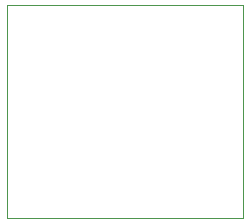
<source format=gm1>
G04 #@! TF.GenerationSoftware,KiCad,Pcbnew,(5.99.0-11065-g2a3d8e22b6)*
G04 #@! TF.CreationDate,2021-07-08T09:19:06+01:00*
G04 #@! TF.ProjectId,NB3_ear,4e42335f-6561-4722-9e6b-696361645f70,0.0.1*
G04 #@! TF.SameCoordinates,PX868b5c0PY6ee3738*
G04 #@! TF.FileFunction,Profile,NP*
%FSLAX46Y46*%
G04 Gerber Fmt 4.6, Leading zero omitted, Abs format (unit mm)*
G04 Created by KiCad (PCBNEW (5.99.0-11065-g2a3d8e22b6)) date 2021-07-08 09:19:06*
%MOMM*%
%LPD*%
G01*
G04 APERTURE LIST*
G04 #@! TA.AperFunction,Profile*
%ADD10C,0.100000*%
G04 #@! TD*
G04 APERTURE END LIST*
D10*
X0Y0D02*
X20000000Y0D01*
X20000000Y0D02*
X20000000Y18000000D01*
X20000000Y18000000D02*
X0Y18000000D01*
X0Y18000000D02*
X0Y0D01*
M02*

</source>
